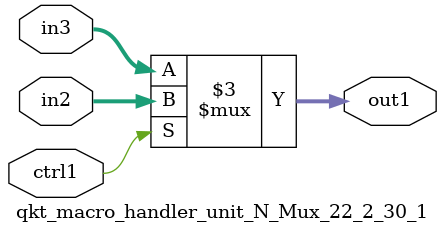
<source format=v>

`timescale 1ps / 1ps


module qkt_macro_handler_unit_N_Mux_22_2_30_1( in3, in2, ctrl1, out1 );

    input [21:0] in3;
    input [21:0] in2;
    input ctrl1;
    output [21:0] out1;
    reg [21:0] out1;

    
    // rtl_process:qkt_macro_handler_unit_N_Mux_22_2_30_1/qkt_macro_handler_unit_N_Mux_22_2_30_1_thread_1
    always @*
      begin : qkt_macro_handler_unit_N_Mux_22_2_30_1_thread_1
        case (ctrl1) 
          1'b1: 
            begin
              out1 = in2;
            end
          default: 
            begin
              out1 = in3;
            end
        endcase
      end

endmodule



</source>
